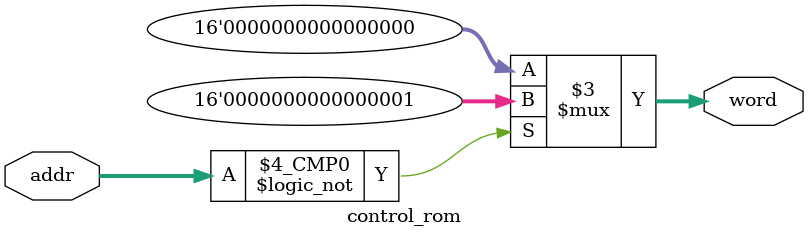
<source format=v>
`timescale 1ns / 1ps
module control_rom(addr, word
);
input [7:0] addr;
output reg [15:0] word;

always@(addr) begin
case(addr[7:0])
0: word <= 16'd1;
default: word <= 16'd0;
endcase
end
endmodule

</source>
